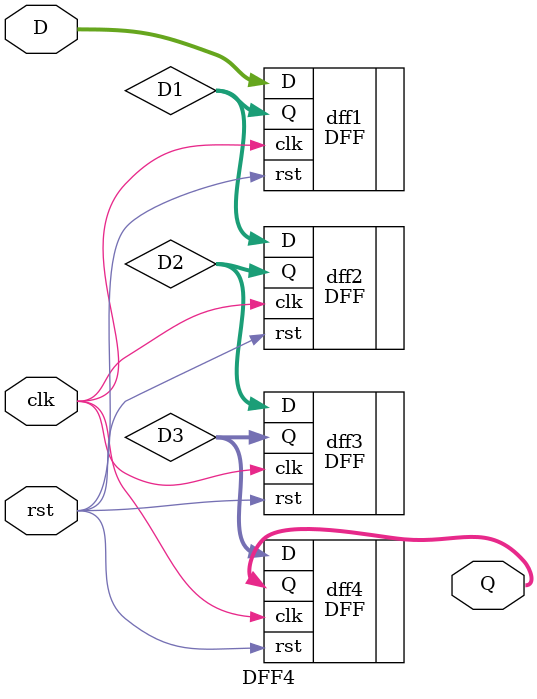
<source format=v>
`timescale 1ns / 1ps


module cnn_parallel(
    clk, rst,
    x0,
    x1,
    y0,
    y1
    );

input clk, rst;
input [7:0] x0, x1;    
output reg [7:0] y0, y1;

parameter
    B11 = 1,
    B12 = 1,
    B13 = 1,
    B21 = 1,
    B22 = 1,
    B23 = 1,
    B31 = 1,
    B32 = 1,
    B33 = 1,
    
    H11=B33, H12=B32, H13=B31,
    H21=B23, H22=B22, H23=B21,
    H31=B13, H32=B12, H33=B11;
    
wire [7:0] aMH11, aMH12, aMH13, aMH21, aMH22, aMH23, aMH31, aMH32, aMH33;
wire [7:0] bMH11, bMH12, bMH13, bMH21, bMH22, bMH23, bMH31, bMH32, bMH33;

wire [7:0] x0p1, x0p2, x1p1, x1p2, x1p3;

assign aMH11 = H11*x0;
assign aMH12 = H12*x1;
assign aMH13 = H13*x0;
assign aMH21 = H21*x1;
assign aMH22 = H22*x0;
assign aMH23 = H23*x1p1;
assign aMH31 = H31*x0p1;
assign aMH32 = H32*x1p2;
assign aMH33 = H33*x0p2;

assign bMH11 = H11*x1;
assign bMH12 = H12*x0;
assign bMH13 = H13*x1p1;
assign bMH21 = H21*x0p1;
assign bMH22 = H22*x1p2;
assign bMH23 = H23*x0p2;
assign bMH31 = H31*x1p2;
assign bMH32 = H32*x0p2;
assign bMH33 = H33*x1p3;

wire [7:0] aADD1, aADD2, aADD3, aADD4, aADD5, aADD6, aADD7, aADD8;
wire [7:0] bADD1, bADD2, bADD3, bADD4, bADD5, bADD6, bADD7, bADD8;

wire [7:0] aD1, aD2, aD3, aD4, aD5, aD6, aD7, aD8;
wire [7:0] bD1, bD2, bD3, bD4, bD5, bD6, bD7, bD8;

assign aADD1 = aD1 + aMH33;
assign aADD2 = aD2 + aMH32;
assign aADD3 = aD3 + aMH31;
assign aADD4 = aD4 + aMH23;
assign aADD5 = aD5 + aMH22;
assign aADD6 = aD6 + aMH21;
assign aADD7 = aD7 + aMH13;
assign aADD8 = aMH11 + aMH12;

assign bADD1 = bD1 + bMH33;
assign bADD2 = bD2 + bMH32;
assign bADD3 = bD3 + bMH31;
assign bADD4 = bD4 + bMH23;
assign bADD5 = bD5 + bMH22;
assign bADD6 = bD6 + bMH21;
assign bADD7 = bD7 + bMH13;
assign bADD8 = bD8 + bMH12;

DFF adff1 (.clk (clk), .rst(rst), .D (aADD2), .Q (aD1));
DFF adff2 (.clk (clk), .rst(rst), .D (aADD3), .Q (aD2));
DFF4 adff3 (.clk (clk), .rst(rst), .D (aADD4), .Q (aD3));
DFF adff4 (.clk (clk), .rst(rst), .D (aADD5), .Q (aD4));
DFF adff5 (.clk (clk), .rst(rst), .D (aADD6), .Q (aD5));
DFF3 adff6 (.clk (clk), .rst(rst), .D (aADD7), .Q (aD6));
DFF adff7 (.clk (clk), .rst(rst), .D (aADD8), .Q (aD7));
DFF adff8 (.clk (clk), .rst(rst), .D (aADD1), .Q (aD8));

DFF bdff1 (.clk (clk), .rst(rst), .D (bADD2), .Q (bD1));
DFF bdff2 (.clk (clk), .rst(rst), .D (bADD3), .Q (bD2));
DFF3 bdff3 (.clk (clk), .rst(rst), .D (bADD4), .Q (bD3));
DFF bdff4 (.clk (clk), .rst(rst), .D (bADD5), .Q (bD4));
DFF bdff5 (.clk (clk), .rst(rst), .D (bADD6), .Q (bD5));
DFF4 bdff6 (.clk (clk), .rst(rst), .D (bADD7), .Q (bD6));
DFF bdff7 (.clk (clk), .rst(rst), .D (bADD8), .Q (bD7));
DFF bdff8 (.clk (clk), .rst(rst), .D (bMH11), .Q (bD8));

DFF dff0p1 (.clk (clk), .rst(rst), .D (x0), .Q (x0p1));
DFF dff0p2 (.clk (clk), .rst(rst), .D (x0p1), .Q (x0p2));
DFF dff1p1 (.clk (clk), .rst(rst), .D (x1), .Q (x1p1));
DFF dff2p2 (.clk (clk), .rst(rst), .D (x1p1), .Q (x1p2));
DFF dff2p3 (.clk (clk), .rst(rst), .D (x1p2), .Q (x1p3));

always @(posedge clk or negedge rst)
    if (rst)
    begin
        y0 = 0;
        y1 = 0;
    end
    else
    begin
        y0 <= aD8;
        y1 <= bADD1;
    end


endmodule

module DFF3(
    input wire clk,
    input wire rst,
    input wire [7:0] D,
    output wire [7:0] Q
);

wire [7:0] D1, D2;

DFF dff1 (.clk (clk), .rst(rst), .D (D), .Q (D1));
DFF dff2 (.clk (clk), .rst(rst), .D (D1), .Q (D2));
DFF dff3 (.clk (clk), .rst(rst), .D (D2), .Q (Q));

endmodule

module DFF4(
    input wire clk,
    input wire rst,
    input wire [7:0] D,
    output wire [7:0] Q
);

wire [7:0] D1, D2, D3;

DFF dff1 (.clk (clk), .rst(rst), .D (D), .Q (D1));
DFF dff2 (.clk (clk), .rst(rst), .D (D1), .Q (D2));
DFF dff3 (.clk (clk), .rst(rst), .D (D2), .Q (D3));
DFF dff4 (.clk (clk), .rst(rst), .D (D3), .Q (Q));

endmodule
</source>
